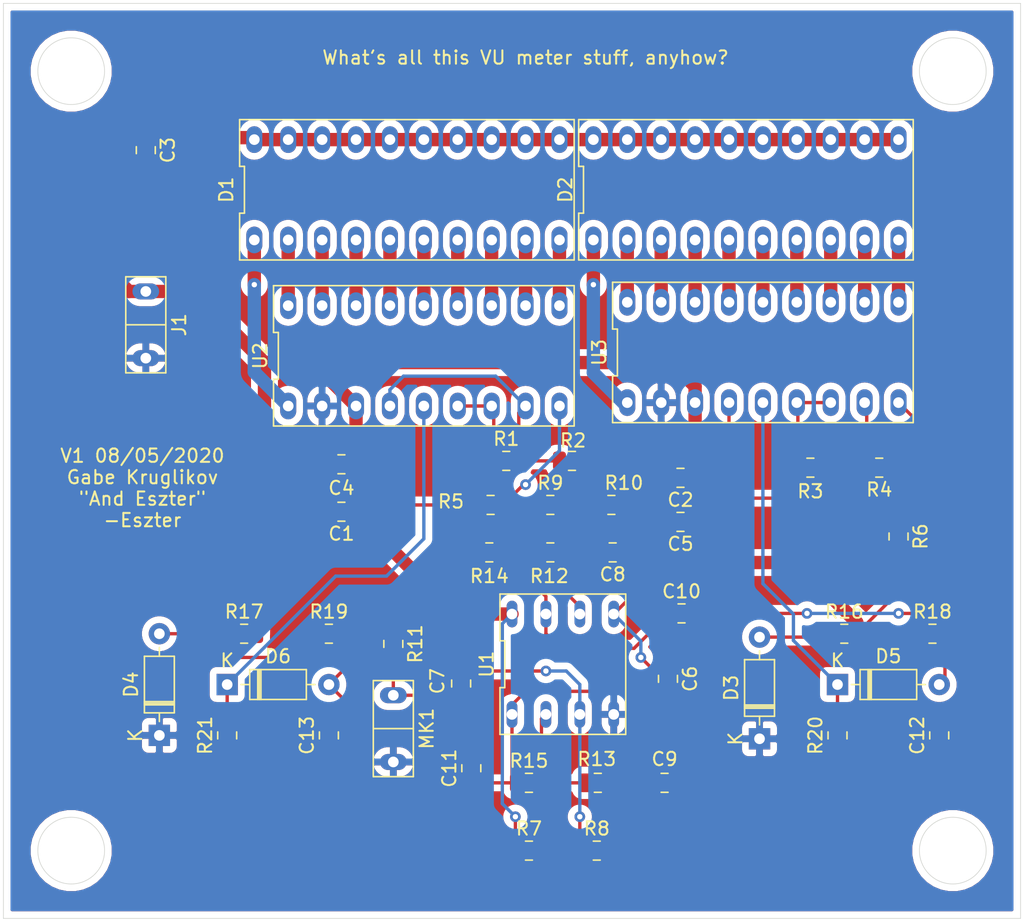
<source format=kicad_pcb>
(kicad_pcb (version 20171130) (host pcbnew "(5.1.6)-1")
  (layers (0 F.Cu signal) (31 B.Cu signal) (34 B.Paste user) (35 F.Paste user) (36 B.SilkS user) (37 F.SilkS user hide) (38 B.Mask user) (39 F.Mask user) (44 Edge.Cuts user))
  (net 0 "")
  (net 1 GND)
  (net 2 VCC)
  (net 3 Amp1_out)
  (net 4 Vop2)
  (net 5 "Net-(C7-Pad2)")
  (net 6 Vop1)
  (net 7 "Net-(C8-Pad2)")
  (net 8 "Net-(C9-Pad2)")
  (net 9 "Net-(C10-Pad2)")
  (net 10 "Net-(C10-Pad1)")
  (net 11 "Net-(C11-Pad2)")
  (net 12 Vpeak2)
  (net 13 Vpeak1)
  (net 14 "Net-(D1-Pad10)")
  (net 15 "Net-(D1-Pad9)")
  (net 16 "Net-(D1-Pad8)")
  (net 17 "Net-(D1-Pad7)")
  (net 18 "Net-(D1-Pad6)")
  (net 19 "Net-(D1-Pad5)")
  (net 20 "Net-(D1-Pad4)")
  (net 21 "Net-(D1-Pad3)")
  (net 22 "Net-(D1-Pad2)")
  (net 23 "Net-(D1-Pad1)")
  (net 24 "Net-(D2-Pad10)")
  (net 25 "Net-(D2-Pad9)")
  (net 26 "Net-(D2-Pad8)")
  (net 27 "Net-(D2-Pad7)")
  (net 28 "Net-(D2-Pad6)")
  (net 29 "Net-(D2-Pad5)")
  (net 30 "Net-(D2-Pad4)")
  (net 31 "Net-(D2-Pad3)")
  (net 32 "Net-(D2-Pad2)")
  (net 33 "Net-(D2-Pad1)")
  (net 34 "Net-(D3-Pad2)")
  (net 35 "Net-(D4-Pad2)")
  (net 36 "Net-(R1-Pad2)")
  (net 37 "Net-(R1-Pad1)")
  (net 38 "Net-(R3-Pad2)")
  (net 39 "Net-(R3-Pad1)")
  (net 40 "Net-(R5-Pad1)")
  (net 41 "Net-(R6-Pad1)")
  (net 42 "Net-(R12-Pad2)")
  (net 43 "Net-(R13-Pad2)")
  (module vu_meter:LM3915_PDIP (layer F.Cu) (at 138.176 54.102)
    (fp_text reference U3 (at -12.26 0 90) (layer F.SilkS))
    (fp_text value LM3915)
    (pad 9 thru_hole oval (at 10.16 3.76) (size 1.2 2) (drill 0.8) (layers *.Cu *.Mask) (net 41 "Net-(R6-Pad1)"))
    (pad 10 thru_hole oval (at 10.16 -3.76) (size 1.2 2) (drill 0.8) (layers *.Cu *.Mask) (net 24 "Net-(D2-Pad10)"))
    (pad 8 thru_hole oval (at 7.62 3.76) (size 1.2 2) (drill 0.8) (layers *.Cu *.Mask) (net 38 "Net-(R3-Pad2)"))
    (pad 11 thru_hole oval (at 7.62 -3.76) (size 1.2 2) (drill 0.8) (layers *.Cu *.Mask) (net 25 "Net-(D2-Pad9)"))
    (pad 7 thru_hole oval (at 5.08 3.76) (size 1.2 2) (drill 0.8) (layers *.Cu *.Mask) (net 39 "Net-(R3-Pad1)"))
    (pad 12 thru_hole oval (at 5.08 -3.76) (size 1.2 2) (drill 0.8) (layers *.Cu *.Mask) (net 26 "Net-(D2-Pad8)"))
    (pad 6 thru_hole oval (at 2.54 3.76) (size 1.2 2) (drill 0.8) (layers *.Cu *.Mask) (net 39 "Net-(R3-Pad1)"))
    (pad 13 thru_hole oval (at 2.54 -3.76) (size 1.2 2) (drill 0.8) (layers *.Cu *.Mask) (net 27 "Net-(D2-Pad7)"))
    (pad 5 thru_hole oval (at 0 3.76) (size 1.2 2) (drill 0.8) (layers *.Cu *.Mask) (net 12 Vpeak2))
    (pad 14 thru_hole oval (at 0 -3.76) (size 1.2 2) (drill 0.8) (layers *.Cu *.Mask) (net 28 "Net-(D2-Pad6)"))
    (pad 4 thru_hole oval (at -2.54 3.76) (size 1.2 2) (drill 0.8) (layers *.Cu *.Mask) (net 38 "Net-(R3-Pad2)"))
    (pad 15 thru_hole oval (at -2.54 -3.76) (size 1.2 2) (drill 0.8) (layers *.Cu *.Mask) (net 29 "Net-(D2-Pad5)"))
    (pad 3 thru_hole oval (at -5.08 3.76) (size 1.2 2) (drill 0.8) (layers *.Cu *.Mask) (net 2 VCC))
    (pad 16 thru_hole oval (at -5.08 -3.76) (size 1.2 2) (drill 0.8) (layers *.Cu *.Mask) (net 30 "Net-(D2-Pad4)"))
    (pad 2 thru_hole oval (at -7.62 3.76) (size 1.2 2) (drill 0.8) (layers *.Cu *.Mask) (net 1 GND))
    (pad 17 thru_hole oval (at -7.62 -3.76) (size 1.2 2) (drill 0.8) (layers *.Cu *.Mask) (net 31 "Net-(D2-Pad3)"))
    (pad 1 thru_hole oval (at -10.16 3.76) (size 1.2 2) (drill 0.8) (layers *.Cu *.Mask) (net 33 "Net-(D2-Pad1)"))
    (pad 18 thru_hole oval (at -10.16 -3.76) (size 1.2 2) (drill 0.8) (layers *.Cu *.Mask) (net 32 "Net-(D2-Pad2)"))
  )
  (module vu_meter:LM3915_PDIP (layer F.Cu) (at 112.776 54.356)
    (fp_text reference U2 (at -12.26 0 90) (layer F.SilkS))
    (fp_text value LM3915)
    (pad 9 thru_hole oval (at 10.16 3.76) (size 1.2 2) (drill 0.8) (layers *.Cu *.Mask) (net 40 "Net-(R5-Pad1)"))
    (pad 10 thru_hole oval (at 10.16 -3.76) (size 1.2 2) (drill 0.8) (layers *.Cu *.Mask) (net 14 "Net-(D1-Pad10)"))
    (pad 8 thru_hole oval (at 7.62 3.76) (size 1.2 2) (drill 0.8) (layers *.Cu *.Mask) (net 36 "Net-(R1-Pad2)"))
    (pad 11 thru_hole oval (at 7.62 -3.76) (size 1.2 2) (drill 0.8) (layers *.Cu *.Mask) (net 15 "Net-(D1-Pad9)"))
    (pad 7 thru_hole oval (at 5.08 3.76) (size 1.2 2) (drill 0.8) (layers *.Cu *.Mask) (net 37 "Net-(R1-Pad1)"))
    (pad 12 thru_hole oval (at 5.08 -3.76) (size 1.2 2) (drill 0.8) (layers *.Cu *.Mask) (net 16 "Net-(D1-Pad8)"))
    (pad 6 thru_hole oval (at 2.54 3.76) (size 1.2 2) (drill 0.8) (layers *.Cu *.Mask) (net 37 "Net-(R1-Pad1)"))
    (pad 13 thru_hole oval (at 2.54 -3.76) (size 1.2 2) (drill 0.8) (layers *.Cu *.Mask) (net 17 "Net-(D1-Pad7)"))
    (pad 5 thru_hole oval (at 0 3.76) (size 1.2 2) (drill 0.8) (layers *.Cu *.Mask) (net 13 Vpeak1))
    (pad 14 thru_hole oval (at 0 -3.76) (size 1.2 2) (drill 0.8) (layers *.Cu *.Mask) (net 18 "Net-(D1-Pad6)"))
    (pad 4 thru_hole oval (at -2.54 3.76) (size 1.2 2) (drill 0.8) (layers *.Cu *.Mask) (net 36 "Net-(R1-Pad2)"))
    (pad 15 thru_hole oval (at -2.54 -3.76) (size 1.2 2) (drill 0.8) (layers *.Cu *.Mask) (net 19 "Net-(D1-Pad5)"))
    (pad 3 thru_hole oval (at -5.08 3.76) (size 1.2 2) (drill 0.8) (layers *.Cu *.Mask) (net 2 VCC))
    (pad 16 thru_hole oval (at -5.08 -3.76) (size 1.2 2) (drill 0.8) (layers *.Cu *.Mask) (net 20 "Net-(D1-Pad4)"))
    (pad 2 thru_hole oval (at -7.62 3.76) (size 1.2 2) (drill 0.8) (layers *.Cu *.Mask) (net 1 GND))
    (pad 17 thru_hole oval (at -7.62 -3.76) (size 1.2 2) (drill 0.8) (layers *.Cu *.Mask) (net 21 "Net-(D1-Pad3)"))
    (pad 1 thru_hole oval (at -10.16 3.76) (size 1.2 2) (drill 0.8) (layers *.Cu *.Mask) (net 23 "Net-(D1-Pad1)"))
    (pad 18 thru_hole oval (at -10.16 -3.76) (size 1.2 2) (drill 0.8) (layers *.Cu *.Mask) (net 22 "Net-(D1-Pad2)"))
  )
  (module vu_meter:lm358 (layer F.Cu) (at 123.19 77.47)
    (fp_text reference U1 (at -5.71 0 90) (layer F.SilkS))
    (fp_text value LM358)
    (pad 4 thru_hole oval (at 3.81 3.76) (size 0.8 2) (drill 0.8) (layers *.Cu *.Mask) (net 1 GND))
    (pad 5 thru_hole oval (at 3.81 -3.76) (size 0.8 2) (drill 0.8) (layers *.Cu *.Mask) (net 4 Vop2))
    (pad 3 thru_hole oval (at 1.27 3.76) (size 0.8 2) (drill 0.8) (layers *.Cu *.Mask) (net 6 Vop1))
    (pad 6 thru_hole oval (at 1.27 -3.76) (size 0.8 2) (drill 0.8) (layers *.Cu *.Mask) (net 42 "Net-(R12-Pad2)"))
    (pad 2 thru_hole oval (at -1.27 3.76) (size 0.8 2) (drill 0.8) (layers *.Cu *.Mask) (net 43 "Net-(R13-Pad2)"))
    (pad 7 thru_hole oval (at -1.27 -3.76) (size 0.8 2) (drill 0.8) (layers *.Cu *.Mask) (net 10 "Net-(C10-Pad1)"))
    (pad 1 thru_hole oval (at -3.81 3.76) (size 0.8 2) (drill 0.8) (layers *.Cu *.Mask) (net 3 Amp1_out))
    (pad 8 thru_hole oval (at -3.81 -3.76) (size 0.8 2) (drill 0.8) (layers *.Cu *.Mask) (net 2 VCC))
  )
  (module Resistor_SMD:R_0805_2012Metric (layer F.Cu) (at 98.044 82.804 90)
    (fp_text reference R21 (at 0 -1.65 90) (layer F.SilkS))
    (fp_text value 1Meg)
    (pad 2 smd roundrect (at 0.9375 0 90) (size 0.975 1.4) (layers F.Cu F.Paste F.Mask) (net 13 Vpeak1))
    (pad 1 smd roundrect (at -0.9375 0 90) (size 0.975 1.4) (layers F.Cu F.Paste F.Mask) (net 1 GND))
  )
  (module Resistor_SMD:R_0805_2012Metric (layer F.Cu) (at 143.764 82.804 90)
    (fp_text reference R20 (at 0 -1.65 90) (layer F.SilkS))
    (fp_text value 1Meg)
    (pad 2 smd roundrect (at 0.9375 0 90) (size 0.975 1.4) (layers F.Cu F.Paste F.Mask) (net 12 Vpeak2))
    (pad 1 smd roundrect (at -0.9375 0 90) (size 0.975 1.4) (layers F.Cu F.Paste F.Mask) (net 1 GND))
  )
  (module Resistor_SMD:R_0805_2012Metric (layer F.Cu) (at 105.664 75.184)
    (fp_text reference R19 (at 0 -1.65) (layer F.SilkS))
    (fp_text value 2k)
    (pad 2 smd roundrect (at 0.9375 0) (size 0.975 1.4) (layers F.Cu F.Paste F.Mask) (net 11 "Net-(C11-Pad2)"))
    (pad 1 smd roundrect (at -0.9375 0) (size 0.975 1.4) (layers F.Cu F.Paste F.Mask) (net 35 "Net-(D4-Pad2)"))
  )
  (module Resistor_SMD:R_0805_2012Metric (layer F.Cu) (at 150.876 75.184)
    (fp_text reference R18 (at 0 -1.65) (layer F.SilkS))
    (fp_text value 2k)
    (pad 2 smd roundrect (at 0.9375 0) (size 0.975 1.4) (layers F.Cu F.Paste F.Mask) (net 9 "Net-(C10-Pad2)"))
    (pad 1 smd roundrect (at -0.9375 0) (size 0.975 1.4) (layers F.Cu F.Paste F.Mask) (net 34 "Net-(D3-Pad2)"))
  )
  (module Resistor_SMD:R_0805_2012Metric (layer F.Cu) (at 99.314 75.184)
    (fp_text reference R17 (at 0 -1.65) (layer F.SilkS))
    (fp_text value 2k)
    (pad 2 smd roundrect (at 0.9375 0) (size 0.975 1.4) (layers F.Cu F.Paste F.Mask) (net 2 VCC))
    (pad 1 smd roundrect (at -0.9375 0) (size 0.975 1.4) (layers F.Cu F.Paste F.Mask) (net 35 "Net-(D4-Pad2)"))
  )
  (module Resistor_SMD:R_0805_2012Metric (layer F.Cu) (at 144.272 75.184)
    (fp_text reference R16 (at 0 -1.65) (layer F.SilkS))
    (fp_text value 2k)
    (pad 2 smd roundrect (at 0.9375 0) (size 0.975 1.4) (layers F.Cu F.Paste F.Mask) (net 2 VCC))
    (pad 1 smd roundrect (at -0.9375 0) (size 0.975 1.4) (layers F.Cu F.Paste F.Mask) (net 34 "Net-(D3-Pad2)"))
  )
  (module Resistor_SMD:R_0805_2012Metric (layer F.Cu) (at 120.65 86.36)
    (fp_text reference R15 (at 0 -1.65) (layer F.SilkS))
    (fp_text value 1Meg)
    (pad 2 smd roundrect (at 0.9375 0) (size 0.975 1.4) (layers F.Cu F.Paste F.Mask) (net 43 "Net-(R13-Pad2)"))
    (pad 1 smd roundrect (at -0.9375 0) (size 0.975 1.4) (layers F.Cu F.Paste F.Mask) (net 3 Amp1_out))
  )
  (module Resistor_SMD:R_0805_2012Metric (layer F.Cu) (at 117.6805 69.088)
    (fp_text reference R14 (at 0 1.778) (layer F.SilkS))
    (fp_text value 1Meg)
    (pad 2 smd roundrect (at 0.9375 0) (size 0.975 1.4) (layers F.Cu F.Paste F.Mask) (net 42 "Net-(R12-Pad2)"))
    (pad 1 smd roundrect (at -0.9375 0) (size 0.975 1.4) (layers F.Cu F.Paste F.Mask) (net 10 "Net-(C10-Pad1)"))
  )
  (module Resistor_SMD:R_0805_2012Metric (layer F.Cu) (at 125.8085 86.36 180)
    (fp_text reference R13 (at 0.0785 1.778) (layer F.SilkS))
    (fp_text value 20k)
    (pad 2 smd roundrect (at 0.9375 0 180) (size 0.975 1.4) (layers F.Cu F.Paste F.Mask) (net 43 "Net-(R13-Pad2)"))
    (pad 1 smd roundrect (at -0.9375 0 180) (size 0.975 1.4) (layers F.Cu F.Paste F.Mask) (net 8 "Net-(C9-Pad2)"))
  )
  (module Resistor_SMD:R_0805_2012Metric (layer F.Cu) (at 122.2525 69.088 180)
    (fp_text reference R12 (at 0.0785 -1.778) (layer F.SilkS))
    (fp_text value 31.6k)
    (pad 2 smd roundrect (at 0.9375 0 180) (size 0.975 1.4) (layers F.Cu F.Paste F.Mask) (net 42 "Net-(R12-Pad2)"))
    (pad 1 smd roundrect (at -0.9375 0 180) (size 0.975 1.4) (layers F.Cu F.Paste F.Mask) (net 7 "Net-(C8-Pad2)"))
  )
  (module Resistor_SMD:R_0805_2012Metric (layer F.Cu) (at 110.49 75.946 270)
    (fp_text reference R11 (at 0 -1.65 270) (layer F.SilkS))
    (fp_text value 10k)
    (pad 2 smd roundrect (at 0.9375 0 270) (size 0.975 1.4) (layers F.Cu F.Paste F.Mask) (net 5 "Net-(C7-Pad2)"))
    (pad 1 smd roundrect (at -0.9375 0 270) (size 0.975 1.4) (layers F.Cu F.Paste F.Mask) (net 2 VCC))
  )
  (module Resistor_SMD:R_0805_2012Metric (layer F.Cu) (at 126.8245 65.532)
    (fp_text reference R10 (at 0.9375 -1.65) (layer F.SilkS))
    (fp_text value 47k)
    (pad 2 smd roundrect (at 0.9375 0) (size 0.975 1.4) (layers F.Cu F.Paste F.Mask) (net 1 GND))
    (pad 1 smd roundrect (at -0.9375 0) (size 0.975 1.4) (layers F.Cu F.Paste F.Mask) (net 4 Vop2))
  )
  (module Resistor_SMD:R_0805_2012Metric (layer F.Cu) (at 122.2525 65.532)
    (fp_text reference R9 (at 0 -1.65) (layer F.SilkS))
    (fp_text value 100k)
    (pad 2 smd roundrect (at 0.9375 0) (size 0.975 1.4) (layers F.Cu F.Paste F.Mask) (net 4 Vop2))
    (pad 1 smd roundrect (at -0.9375 0) (size 0.975 1.4) (layers F.Cu F.Paste F.Mask) (net 2 VCC))
  )
  (module Resistor_SMD:R_0805_2012Metric (layer F.Cu) (at 125.73 91.44)
    (fp_text reference R8 (at 0 -1.65) (layer F.SilkS))
    (fp_text value 47k)
    (pad 2 smd roundrect (at 0.9375 0) (size 0.975 1.4) (layers F.Cu F.Paste F.Mask) (net 1 GND))
    (pad 1 smd roundrect (at -0.9375 0) (size 0.975 1.4) (layers F.Cu F.Paste F.Mask) (net 6 Vop1))
  )
  (module Resistor_SMD:R_0805_2012Metric (layer F.Cu) (at 120.65 91.44)
    (fp_text reference R7 (at 0 -1.65) (layer F.SilkS))
    (fp_text value 100k)
    (pad 2 smd roundrect (at 0.9375 0) (size 0.975 1.4) (layers F.Cu F.Paste F.Mask) (net 6 Vop1))
    (pad 1 smd roundrect (at -0.9375 0) (size 0.975 1.4) (layers F.Cu F.Paste F.Mask) (net 2 VCC))
  )
  (module Resistor_SMD:R_0805_2012Metric (layer F.Cu) (at 148.336 67.8965 270)
    (fp_text reference R6 (at 0 -1.65 90) (layer F.SilkS))
    (fp_text value 20k)
    (pad 2 smd roundrect (at 0.9375 0 270) (size 0.975 1.4) (layers F.Cu F.Paste F.Mask) (net 2 VCC))
    (pad 1 smd roundrect (at -0.9375 0 270) (size 0.975 1.4) (layers F.Cu F.Paste F.Mask) (net 41 "Net-(R6-Pad1)"))
  )
  (module Resistor_SMD:R_0805_2012Metric (layer F.Cu) (at 117.7775 65.532 180)
    (fp_text reference R5 (at 2.9695 0.254) (layer F.SilkS))
    (fp_text value 20k)
    (pad 2 smd roundrect (at 0.9375 0 180) (size 0.975 1.4) (layers F.Cu F.Paste F.Mask) (net 2 VCC))
    (pad 1 smd roundrect (at -0.9375 0 180) (size 0.975 1.4) (layers F.Cu F.Paste F.Mask) (net 40 "Net-(R5-Pad1)"))
  )
  (module Resistor_SMD:R_0805_2012Metric (layer F.Cu) (at 146.8905 62.738 180)
    (fp_text reference R4 (at 0 -1.65) (layer F.SilkS))
    (fp_text value 332)
    (pad 2 smd roundrect (at 0.9375 0 180) (size 0.975 1.4) (layers F.Cu F.Paste F.Mask) (net 38 "Net-(R3-Pad2)"))
    (pad 1 smd roundrect (at -0.9375 0 180) (size 0.975 1.4) (layers F.Cu F.Paste F.Mask) (net 1 GND))
  )
  (module Resistor_SMD:R_0805_2012Metric (layer F.Cu) (at 141.732 62.738)
    (fp_text reference R3 (at 0 1.778) (layer F.SilkS))
    (fp_text value 1k)
    (pad 2 smd roundrect (at 0.9375 0) (size 0.975 1.4) (layers F.Cu F.Paste F.Mask) (net 38 "Net-(R3-Pad2)"))
    (pad 1 smd roundrect (at -0.9375 0) (size 0.975 1.4) (layers F.Cu F.Paste F.Mask) (net 39 "Net-(R3-Pad1)"))
  )
  (module Resistor_SMD:R_0805_2012Metric (layer F.Cu) (at 123.8735 62.23 180)
    (fp_text reference R2 (at -0.0785 1.524) (layer F.SilkS))
    (fp_text value 332)
    (pad 2 smd roundrect (at 0.9375 0 180) (size 0.975 1.4) (layers F.Cu F.Paste F.Mask) (net 36 "Net-(R1-Pad2)"))
    (pad 1 smd roundrect (at -0.9375 0 180) (size 0.975 1.4) (layers F.Cu F.Paste F.Mask) (net 1 GND))
  )
  (module Resistor_SMD:R_0805_2012Metric (layer F.Cu) (at 118.9505 62.23)
    (fp_text reference R1 (at 0 -1.65) (layer F.SilkS))
    (fp_text value 1k)
    (pad 2 smd roundrect (at 0.9375 0) (size 0.975 1.4) (layers F.Cu F.Paste F.Mask) (net 36 "Net-(R1-Pad2)"))
    (pad 1 smd roundrect (at -0.9375 0) (size 0.975 1.4) (layers F.Cu F.Paste F.Mask) (net 37 "Net-(R1-Pad1)"))
  )
  (module vu_meter:screw_terminal (layer F.Cu) (at 110.49 82.296 90)
    (fp_text reference MK1 (at 0 2.5 90) (layer F.SilkS))
    (fp_text value MIC)
    (pad 2 thru_hole oval (at 2.5 0 90) (size 1.2 2) (drill 0.8) (layers *.Cu *.Mask) (net 5 "Net-(C7-Pad2)"))
    (pad 1 thru_hole oval (at -2.5 0 90) (size 1.2 2) (drill 0.8) (layers *.Cu *.Mask) (net 1 GND))
  )
  (module vu_meter:screw_terminal (layer F.Cu) (at 91.948 52.03 90)
    (fp_text reference J1 (at 0 2.5 90) (layer F.SilkS))
    (fp_text value Screw_Terminal_01x02)
    (pad 2 thru_hole oval (at 2.5 0 90) (size 1.2 2) (drill 0.8) (layers *.Cu *.Mask) (net 2 VCC))
    (pad 1 thru_hole oval (at -2.5 0 90) (size 1.2 2) (drill 0.8) (layers *.Cu *.Mask) (net 1 GND))
  )
  (module Diode_THT:D_DO-35_SOD27_P7.62mm_Horizontal (layer F.Cu) (at 98.044 78.994)
    (fp_text reference D6 (at 3.81 -2.12) (layer F.SilkS))
    (fp_text value 1N4148)
    (fp_text user K (at 0 -1.8) (layer F.SilkS))
    (pad 2 thru_hole oval (at 7.62 0) (size 1.6 1.6) (drill 0.8) (layers *.Cu *.Mask) (net 11 "Net-(C11-Pad2)"))
    (pad 1 thru_hole rect (at 0 0) (size 1.6 1.6) (drill 0.8) (layers *.Cu *.Mask) (net 13 Vpeak1))
  )
  (module Diode_THT:D_DO-35_SOD27_P7.62mm_Horizontal (layer F.Cu) (at 143.764 78.994)
    (fp_text reference D5 (at 3.81 -2.12) (layer F.SilkS))
    (fp_text value 1N4148)
    (fp_text user K (at 0 -1.8) (layer F.SilkS))
    (pad 2 thru_hole oval (at 7.62 0) (size 1.6 1.6) (drill 0.8) (layers *.Cu *.Mask) (net 9 "Net-(C10-Pad2)"))
    (pad 1 thru_hole rect (at 0 0) (size 1.6 1.6) (drill 0.8) (layers *.Cu *.Mask) (net 12 Vpeak2))
  )
  (module Diode_THT:D_DO-35_SOD27_P7.62mm_Horizontal (layer F.Cu) (at 92.964 82.804 90)
    (fp_text reference D4 (at 3.81 -2.12 90) (layer F.SilkS))
    (fp_text value 1N4148)
    (fp_text user K (at 0 -1.8 90) (layer F.SilkS))
    (pad 2 thru_hole oval (at 7.62 0 90) (size 1.6 1.6) (drill 0.8) (layers *.Cu *.Mask) (net 35 "Net-(D4-Pad2)"))
    (pad 1 thru_hole rect (at 0 0 90) (size 1.6 1.6) (drill 0.8) (layers *.Cu *.Mask) (net 1 GND))
  )
  (module Diode_THT:D_DO-35_SOD27_P7.62mm_Horizontal (layer F.Cu) (at 137.922 83.058 90)
    (fp_text reference D3 (at 3.81 -2.12 90) (layer F.SilkS))
    (fp_text value 1N4148)
    (fp_text user K (at 0 -1.8 90) (layer F.SilkS))
    (pad 2 thru_hole oval (at 7.62 0 90) (size 1.6 1.6) (drill 0.8) (layers *.Cu *.Mask) (net 34 "Net-(D3-Pad2)"))
    (pad 1 thru_hole rect (at 0 0 90) (size 1.6 1.6) (drill 0.8) (layers *.Cu *.Mask) (net 1 GND))
  )
  (module vu_meter:LED_bar_graph (layer F.Cu) (at 136.906 41.91)
    (fp_text reference D2 (at -13.53 0 90) (layer F.SilkS))
    (fp_text value LED_bar_graph)
    (pad 10 thru_hole oval (at 11.43 3.76) (size 1.2 2) (drill 0.8) (layers *.Cu *.Mask) (net 24 "Net-(D2-Pad10)"))
    (pad 11 thru_hole oval (at 11.43 -3.76) (size 1.2 2) (drill 0.8) (layers *.Cu *.Mask) (net 2 VCC))
    (pad 9 thru_hole oval (at 8.89 3.76) (size 1.2 2) (drill 0.8) (layers *.Cu *.Mask) (net 25 "Net-(D2-Pad9)"))
    (pad 12 thru_hole oval (at 8.89 -3.76) (size 1.2 2) (drill 0.8) (layers *.Cu *.Mask) (net 2 VCC))
    (pad 8 thru_hole oval (at 6.35 3.76) (size 1.2 2) (drill 0.8) (layers *.Cu *.Mask) (net 26 "Net-(D2-Pad8)"))
    (pad 13 thru_hole oval (at 6.35 -3.76) (size 1.2 2) (drill 0.8) (layers *.Cu *.Mask) (net 2 VCC))
    (pad 7 thru_hole oval (at 3.81 3.76) (size 1.2 2) (drill 0.8) (layers *.Cu *.Mask) (net 27 "Net-(D2-Pad7)"))
    (pad 14 thru_hole oval (at 3.81 -3.76) (size 1.2 2) (drill 0.8) (layers *.Cu *.Mask) (net 2 VCC))
    (pad 6 thru_hole oval (at 1.27 3.76) (size 1.2 2) (drill 0.8) (layers *.Cu *.Mask) (net 28 "Net-(D2-Pad6)"))
    (pad 15 thru_hole oval (at 1.27 -3.76) (size 1.2 2) (drill 0.8) (layers *.Cu *.Mask) (net 2 VCC))
    (pad 5 thru_hole oval (at -1.27 3.76) (size 1.2 2) (drill 0.8) (layers *.Cu *.Mask) (net 29 "Net-(D2-Pad5)"))
    (pad 16 thru_hole oval (at -1.27 -3.76) (size 1.2 2) (drill 0.8) (layers *.Cu *.Mask) (net 2 VCC))
    (pad 4 thru_hole oval (at -3.81 3.76) (size 1.2 2) (drill 0.8) (layers *.Cu *.Mask) (net 30 "Net-(D2-Pad4)"))
    (pad 17 thru_hole oval (at -3.81 -3.76) (size 1.2 2) (drill 0.8) (layers *.Cu *.Mask) (net 2 VCC))
    (pad 3 thru_hole oval (at -6.35 3.76) (size 1.2 2) (drill 0.8) (layers *.Cu *.Mask) (net 31 "Net-(D2-Pad3)"))
    (pad 18 thru_hole oval (at -6.35 -3.76) (size 1.2 2) (drill 0.8) (layers *.Cu *.Mask) (net 2 VCC))
    (pad 2 thru_hole oval (at -8.89 3.76) (size 1.2 2) (drill 0.8) (layers *.Cu *.Mask) (net 32 "Net-(D2-Pad2)"))
    (pad 19 thru_hole oval (at -8.89 -3.76) (size 1.2 2) (drill 0.8) (layers *.Cu *.Mask) (net 2 VCC))
    (pad 1 thru_hole oval (at -11.43 3.76) (size 1.2 2) (drill 0.8) (layers *.Cu *.Mask) (net 33 "Net-(D2-Pad1)"))
    (pad 20 thru_hole oval (at -11.43 -3.76) (size 1.2 2) (drill 0.8) (layers *.Cu *.Mask) (net 2 VCC))
  )
  (module vu_meter:LED_bar_graph (layer F.Cu) (at 111.506 41.91)
    (fp_text reference D1 (at -13.53 0 90) (layer F.SilkS))
    (fp_text value LED_bar_graph)
    (pad 10 thru_hole oval (at 11.43 3.76) (size 1.2 2) (drill 0.8) (layers *.Cu *.Mask) (net 14 "Net-(D1-Pad10)"))
    (pad 11 thru_hole oval (at 11.43 -3.76) (size 1.2 2) (drill 0.8) (layers *.Cu *.Mask) (net 2 VCC))
    (pad 9 thru_hole oval (at 8.89 3.76) (size 1.2 2) (drill 0.8) (layers *.Cu *.Mask) (net 15 "Net-(D1-Pad9)"))
    (pad 12 thru_hole oval (at 8.89 -3.76) (size 1.2 2) (drill 0.8) (layers *.Cu *.Mask) (net 2 VCC))
    (pad 8 thru_hole oval (at 6.35 3.76) (size 1.2 2) (drill 0.8) (layers *.Cu *.Mask) (net 16 "Net-(D1-Pad8)"))
    (pad 13 thru_hole oval (at 6.35 -3.76) (size 1.2 2) (drill 0.8) (layers *.Cu *.Mask) (net 2 VCC))
    (pad 7 thru_hole oval (at 3.81 3.76) (size 1.2 2) (drill 0.8) (layers *.Cu *.Mask) (net 17 "Net-(D1-Pad7)"))
    (pad 14 thru_hole oval (at 3.81 -3.76) (size 1.2 2) (drill 0.8) (layers *.Cu *.Mask) (net 2 VCC))
    (pad 6 thru_hole oval (at 1.27 3.76) (size 1.2 2) (drill 0.8) (layers *.Cu *.Mask) (net 18 "Net-(D1-Pad6)"))
    (pad 15 thru_hole oval (at 1.27 -3.76) (size 1.2 2) (drill 0.8) (layers *.Cu *.Mask) (net 2 VCC))
    (pad 5 thru_hole oval (at -1.27 3.76) (size 1.2 2) (drill 0.8) (layers *.Cu *.Mask) (net 19 "Net-(D1-Pad5)"))
    (pad 16 thru_hole oval (at -1.27 -3.76) (size 1.2 2) (drill 0.8) (layers *.Cu *.Mask) (net 2 VCC))
    (pad 4 thru_hole oval (at -3.81 3.76) (size 1.2 2) (drill 0.8) (layers *.Cu *.Mask) (net 20 "Net-(D1-Pad4)"))
    (pad 17 thru_hole oval (at -3.81 -3.76) (size 1.2 2) (drill 0.8) (layers *.Cu *.Mask) (net 2 VCC))
    (pad 3 thru_hole oval (at -6.35 3.76) (size 1.2 2) (drill 0.8) (layers *.Cu *.Mask) (net 21 "Net-(D1-Pad3)"))
    (pad 18 thru_hole oval (at -6.35 -3.76) (size 1.2 2) (drill 0.8) (layers *.Cu *.Mask) (net 2 VCC))
    (pad 2 thru_hole oval (at -8.89 3.76) (size 1.2 2) (drill 0.8) (layers *.Cu *.Mask) (net 22 "Net-(D1-Pad2)"))
    (pad 19 thru_hole oval (at -8.89 -3.76) (size 1.2 2) (drill 0.8) (layers *.Cu *.Mask) (net 2 VCC))
    (pad 1 thru_hole oval (at -11.43 3.76) (size 1.2 2) (drill 0.8) (layers *.Cu *.Mask) (net 23 "Net-(D1-Pad1)"))
    (pad 20 thru_hole oval (at -11.43 -3.76) (size 1.2 2) (drill 0.8) (layers *.Cu *.Mask) (net 2 VCC))
  )
  (module Capacitor_SMD:C_0805_2012Metric (layer F.Cu) (at 105.664 82.804 90)
    (fp_text reference C13 (at 0 -1.65 90) (layer F.SilkS))
    (fp_text value 0.1u)
    (pad 2 smd roundrect (at 0.9375 0 90) (size 0.975 1.4) (layers F.Cu F.Paste F.Mask) (net 13 Vpeak1))
    (pad 1 smd roundrect (at -0.9375 0 90) (size 0.975 1.4) (layers F.Cu F.Paste F.Mask) (net 1 GND))
  )
  (module Capacitor_SMD:C_0805_2012Metric (layer F.Cu) (at 151.384 82.804 90)
    (fp_text reference C12 (at 0 -1.65 90) (layer F.SilkS))
    (fp_text value 0.1u)
    (pad 2 smd roundrect (at 0.9375 0 90) (size 0.975 1.4) (layers F.Cu F.Paste F.Mask) (net 12 Vpeak2))
    (pad 1 smd roundrect (at -0.9375 0 90) (size 0.975 1.4) (layers F.Cu F.Paste F.Mask) (net 1 GND))
  )
  (module Capacitor_SMD:C_0805_2012Metric (layer F.Cu) (at 116.332 85.2655 90)
    (fp_text reference C11 (at 0 -1.65 90) (layer F.SilkS))
    (fp_text value 4.7u)
    (pad 2 smd roundrect (at 0.9375 0 90) (size 0.975 1.4) (layers F.Cu F.Paste F.Mask) (net 11 "Net-(C11-Pad2)"))
    (pad 1 smd roundrect (at -0.9375 0 90) (size 0.975 1.4) (layers F.Cu F.Paste F.Mask) (net 3 Amp1_out))
  )
  (module Capacitor_SMD:C_0805_2012Metric (layer F.Cu) (at 132.08 73.66)
    (fp_text reference C10 (at 0 -1.65) (layer F.SilkS))
    (fp_text value 4.7u)
    (pad 2 smd roundrect (at 0.9375 0) (size 0.975 1.4) (layers F.Cu F.Paste F.Mask) (net 9 "Net-(C10-Pad2)"))
    (pad 1 smd roundrect (at -0.9375 0) (size 0.975 1.4) (layers F.Cu F.Paste F.Mask) (net 10 "Net-(C10-Pad1)"))
  )
  (module Capacitor_SMD:C_0805_2012Metric (layer F.Cu) (at 130.81 86.36 180)
    (fp_text reference C9 (at 0 1.778 180) (layer F.SilkS))
    (fp_text value 4.7u)
    (pad 2 smd roundrect (at 0.9375 0 180) (size 0.975 1.4) (layers F.Cu F.Paste F.Mask) (net 8 "Net-(C9-Pad2)"))
    (pad 1 smd roundrect (at -0.9375 0 180) (size 0.975 1.4) (layers F.Cu F.Paste F.Mask) (net 1 GND))
  )
  (module Capacitor_SMD:C_0805_2012Metric (layer F.Cu) (at 126.9215 69.088 180)
    (fp_text reference C8 (at 0 -1.65) (layer F.SilkS))
    (fp_text value 4.7u)
    (pad 2 smd roundrect (at 0.9375 0 180) (size 0.975 1.4) (layers F.Cu F.Paste F.Mask) (net 7 "Net-(C8-Pad2)"))
    (pad 1 smd roundrect (at -0.9375 0 180) (size 0.975 1.4) (layers F.Cu F.Paste F.Mask) (net 1 GND))
  )
  (module Capacitor_SMD:C_0805_2012Metric (layer F.Cu) (at 115.57 78.9155 270)
    (fp_text reference C7 (at -0.1755 1.778 90) (layer F.SilkS))
    (fp_text value 0.47u)
    (pad 2 smd roundrect (at 0.9375 0 270) (size 0.975 1.4) (layers F.Cu F.Paste F.Mask) (net 5 "Net-(C7-Pad2)"))
    (pad 1 smd roundrect (at -0.9375 0 270) (size 0.975 1.4) (layers F.Cu F.Paste F.Mask) (net 6 Vop1))
  )
  (module Capacitor_SMD:C_0805_2012Metric (layer F.Cu) (at 131.064 78.5645 270)
    (fp_text reference C6 (at 0 -1.65 90) (layer F.SilkS))
    (fp_text value .47u)
    (pad 2 smd roundrect (at 0.9375 0 270) (size 0.975 1.4) (layers F.Cu F.Paste F.Mask) (net 3 Amp1_out))
    (pad 1 smd roundrect (at -0.9375 0 270) (size 0.975 1.4) (layers F.Cu F.Paste F.Mask) (net 4 Vop2))
  )
  (module Capacitor_SMD:C_0805_2012Metric (layer F.Cu) (at 132.0015 66.802 180)
    (fp_text reference C5 (at 0 -1.65) (layer F.SilkS))
    (fp_text value 47n)
    (pad 2 smd roundrect (at 0.9375 0 180) (size 0.975 1.4) (layers F.Cu F.Paste F.Mask) (net 1 GND))
    (pad 1 smd roundrect (at -0.9375 0 180) (size 0.975 1.4) (layers F.Cu F.Paste F.Mask) (net 2 VCC))
  )
  (module Capacitor_SMD:C_0805_2012Metric (layer F.Cu) (at 106.6015 62.484 180)
    (fp_text reference C4 (at 0 -1.778) (layer F.SilkS))
    (fp_text value 47n)
    (pad 2 smd roundrect (at 0.9375 0 180) (size 0.975 1.4) (layers F.Cu F.Paste F.Mask) (net 1 GND))
    (pad 1 smd roundrect (at -0.9375 0 180) (size 0.975 1.4) (layers F.Cu F.Paste F.Mask) (net 2 VCC))
  )
  (module Capacitor_SMD:C_0805_2012Metric (layer F.Cu) (at 91.948 38.9405 270)
    (fp_text reference C3 (at 0 -1.65 90) (layer F.SilkS))
    (fp_text value 22u)
    (pad 2 smd roundrect (at 0.9375 0 270) (size 0.975 1.4) (layers F.Cu F.Paste F.Mask) (net 1 GND))
    (pad 1 smd roundrect (at -0.9375 0 270) (size 0.975 1.4) (layers F.Cu F.Paste F.Mask) (net 2 VCC))
  )
  (module Capacitor_SMD:C_0805_2012Metric (layer F.Cu) (at 132.0015 63.5 180)
    (fp_text reference C2 (at 0 -1.65) (layer F.SilkS))
    (fp_text value 2.2u)
    (pad 2 smd roundrect (at 0.9375 0 180) (size 0.975 1.4) (layers F.Cu F.Paste F.Mask) (net 1 GND))
    (pad 1 smd roundrect (at -0.9375 0 180) (size 0.975 1.4) (layers F.Cu F.Paste F.Mask) (net 2 VCC))
  )
  (module Capacitor_SMD:C_0805_2012Metric (layer F.Cu) (at 106.6015 66.04 180)
    (fp_text reference C1 (at 0 -1.65) (layer F.SilkS))
    (fp_text value 2.2u)
    (pad 2 smd roundrect (at 0.9375 0 180) (size 0.975 1.4) (layers F.Cu F.Paste F.Mask) (net 1 GND))
    (pad 1 smd roundrect (at -0.9375 0 180) (size 0.975 1.4) (layers F.Cu F.Paste F.Mask) (net 2 VCC))
  )
  (gr_text "What's all this VU meter stuff, anyhow?" (at 120.396 32.004) (layer F.SilkS) (effects (font (size 1 1))))
  (gr_text "V1 08/05/2020\nGabe Kruglikov\n\"And Eszter\"\n-Eszter" (at 91.694 64.262) (layer F.SilkS) (effects (font (size 1 1))))
  (gr_circle (center 86.36 91.44) (end 88.86 91.44) (layer Edge.Cuts) (width 0.05))
  (gr_circle (center 86.36 33.02) (end 88.86 33.02) (layer Edge.Cuts) (width 0.05))
  (gr_circle (center 152.4 33.02) (end 154.9 33.02) (layer Edge.Cuts) (width 0.05))
  (gr_line (start 81.28 96.52) (end 157.48 96.52) (layer Edge.Cuts) (width 0.05))
  (gr_line (start 81.28 27.94) (end 81.28 33.02) (layer Edge.Cuts) (width 0.05))
  (gr_line (start 157.48 27.94) (end 81.28 27.94) (layer Edge.Cuts) (width 0.05))
  (gr_line (start 157.48 33.02) (end 157.48 27.94) (layer Edge.Cuts) (width 0.05))
  (gr_circle (center 152.4 91.44) (end 154.9 91.44) (layer Edge.Cuts) (width 0.05))
  (gr_line (start 81.28 96.52) (end 81.28 33.02) (layer Edge.Cuts) (width 0.05))
  (gr_line (start 157.48 33.02) (end 157.48 96.52) (layer Edge.Cuts) (width 0.05))
  (segment (start 91.948 49.53) (end 90.678 49.53) (width 1) (layer F.Cu) (net 2))
  (segment (start 90.678 49.53) (end 88.646 47.498) (width 1) (layer F.Cu) (net 2))
  (segment (start 88.646 47.498) (end 88.646 40.605) (width 1) (layer F.Cu) (net 2))
  (segment (start 91.248 38.003) (end 91.948 38.003) (width 1) (layer F.Cu) (net 2))
  (segment (start 88.646 40.605) (end 91.248 38.003) (width 1) (layer F.Cu) (net 2))
  (segment (start 99.929 38.003) (end 100.076 38.15) (width 1) (layer F.Cu) (net 2))
  (segment (start 91.948 38.003) (end 99.929 38.003) (width 1) (layer F.Cu) (net 2))
  (segment (start 100.076 38.15) (end 148.336 38.15) (width 1) (layer F.Cu) (net 2))
  (segment (start 91.948 49.53) (end 95.504 49.53) (width 1) (layer F.Cu) (net 2))
  (segment (start 95.504 49.53) (end 100.838 54.864) (width 1) (layer F.Cu) (net 2))
  (segment (start 104.444 54.864) (end 107.696 58.116) (width 1) (layer F.Cu) (net 2))
  (segment (start 100.838 54.864) (end 104.444 54.864) (width 1) (layer F.Cu) (net 2))
  (segment (start 133.096 56.642) (end 133.096 57.862) (width 1) (layer F.Cu) (net 2))
  (segment (start 131.318 54.864) (end 133.096 56.642) (width 1) (layer F.Cu) (net 2))
  (segment (start 131.318 54.864) (end 107.95 54.864) (width 1) (layer F.Cu) (net 2))
  (segment (start 107.95 54.864) (end 104.444 54.864) (width 1) (layer F.Cu) (net 2))
  (segment (start 107.696 62.327) (end 107.539 62.484) (width 1) (layer F.Cu) (net 2))
  (segment (start 107.696 58.116) (end 107.696 62.327) (width 1) (layer F.Cu) (net 2))
  (segment (start 107.539 62.484) (end 107.539 66.04) (width 1) (layer F.Cu) (net 2))
  (segment (start 133.096 63.343) (end 132.939 63.5) (width 1) (layer F.Cu) (net 2))
  (segment (start 133.096 57.862) (end 133.096 63.343) (width 1) (layer F.Cu) (net 2))
  (segment (start 132.939 63.5) (end 132.939 66.802) (width 1) (layer F.Cu) (net 2))
  (segment (start 119.38 73.71) (end 115.209 73.71) (width 1) (layer F.Cu) (net 2))
  (segment (start 110.49 75.0085) (end 112.1895 75.0085) (width 1) (layer F.Cu) (net 2))
  (segment (start 115.209 73.71) (end 114.3485 72.8495) (width 1) (layer F.Cu) (net 2))
  (segment (start 112.1895 75.0085) (end 114.3485 72.8495) (width 1) (layer F.Cu) (net 2))
  (segment (start 100.2515 75.184) (end 100.2515 73.7385) (width 1) (layer F.Cu) (net 2))
  (segment (start 100.838 73.152) (end 100.838 54.864) (width 1) (layer F.Cu) (net 2))
  (segment (start 100.2515 73.7385) (end 100.838 73.152) (width 1) (layer F.Cu) (net 2))
  (segment (start 145.2095 75.184) (end 145.2095 74.3435) (width 1) (layer F.Cu) (net 2))
  (segment (start 145.2095 74.3435) (end 140.716 69.85) (width 1) (layer F.Cu) (net 2))
  (segment (start 135.987 69.85) (end 132.939 66.802) (width 1) (layer F.Cu) (net 2))
  (segment (start 140.716 69.85) (end 135.987 69.85) (width 1) (layer F.Cu) (net 2))
  (segment (start 110.0305 68.5315) (end 110.0305 67.0075) (width 0.25) (layer F.Cu) (net 2))
  (segment (start 110.0305 68.5315) (end 107.539 66.04) (width 1) (layer F.Cu) (net 2))
  (segment (start 114.3485 72.8495) (end 110.0305 68.5315) (width 1) (layer F.Cu) (net 2))
  (segment (start 111.506 65.532) (end 116.84 65.532) (width 0.25) (layer F.Cu) (net 2))
  (segment (start 110.0305 67.0075) (end 111.506 65.532) (width 0.25) (layer F.Cu) (net 2))
  (segment (start 120.396 67.056) (end 117.094 67.056) (width 0.25) (layer F.Cu) (net 2))
  (segment (start 121.315 65.532) (end 121.315 66.645) (width 0.25) (layer F.Cu) (net 2))
  (segment (start 121.315 66.645) (end 120.396 67.056) (width 0.25) (layer F.Cu) (net 2))
  (segment (start 117.094 67.056) (end 116.84 66.802) (width 0.25) (layer F.Cu) (net 2))
  (segment (start 116.84 66.802) (end 116.84 65.532) (width 0.25) (layer F.Cu) (net 2))
  (segment (start 148.336 72.0575) (end 145.2095 75.184) (width 0.25) (layer F.Cu) (net 2))
  (segment (start 148.336 68.834) (end 148.336 72.0575) (width 0.25) (layer F.Cu) (net 2))
  (segment (start 118.65499 74.43501) (end 118.65499 87.92099) (width 0.25) (layer B.Cu) (net 2))
  (segment (start 119.38 73.71) (end 118.65499 74.43501) (width 0.25) (layer B.Cu) (net 2))
  (segment (start 118.65499 87.92099) (end 119.634 88.9) (width 0.25) (layer B.Cu) (net 2))
  (segment (start 119.634 88.9) (end 119.634 88.9) (width 0.25) (layer B.Cu) (net 2))
  (via (at 119.634 88.9) (size 0.8) (drill 0.4) (layers F.Cu B.Cu) (net 2))
  (segment (start 119.634 91.3615) (end 119.7125 91.44) (width 0.25) (layer F.Cu) (net 2))
  (segment (start 119.634 88.9) (end 119.634 91.3615) (width 0.25) (layer F.Cu) (net 2))
  (segment (start 119.38 86.0275) (end 119.7125 86.36) (width 0.25) (layer F.Cu) (net 3))
  (segment (start 119.38 81.23) (end 119.38 86.0275) (width 0.25) (layer F.Cu) (net 3))
  (segment (start 116.489 86.36) (end 116.332 86.203) (width 0.25) (layer F.Cu) (net 3))
  (segment (start 119.7125 86.36) (end 116.489 86.36) (width 0.25) (layer F.Cu) (net 3))
  (segment (start 119.38 81.23) (end 119.38 80.518) (width 0.25) (layer F.Cu) (net 3))
  (segment (start 120.396 79.502) (end 131.064 79.502) (width 0.25) (layer F.Cu) (net 3))
  (segment (start 119.38 80.518) (end 120.396 79.502) (width 0.25) (layer F.Cu) (net 3))
  (segment (start 123.19 65.532) (end 125.887 65.532) (width 0.25) (layer F.Cu) (net 4))
  (segment (start 125.887 65.532) (end 127.665 67.31) (width 0.25) (layer F.Cu) (net 4))
  (segment (start 127.665 67.31) (end 129.032 67.31) (width 0.25) (layer F.Cu) (net 4))
  (segment (start 129.032 67.31) (end 129.286 67.564) (width 0.25) (layer F.Cu) (net 4))
  (segment (start 129.286 71.424) (end 127 73.71) (width 0.25) (layer F.Cu) (net 4))
  (segment (start 129.286 67.564) (end 129.286 71.424) (width 0.25) (layer F.Cu) (net 4))
  (segment (start 131.064 77.627) (end 129.697 77.627) (width 0.25) (layer F.Cu) (net 4))
  (segment (start 129.697 77.627) (end 129.032 76.962) (width 0.25) (layer F.Cu) (net 4))
  (segment (start 129.032 76.962) (end 129.032 76.962) (width 0.25) (layer F.Cu) (net 4))
  (via (at 129.032 76.962) (size 0.8) (drill 0.4) (layers F.Cu B.Cu) (net 4))
  (segment (start 129.032 75.742) (end 127 73.71) (width 0.25) (layer B.Cu) (net 4))
  (segment (start 129.032 76.962) (end 129.032 75.742) (width 0.25) (layer B.Cu) (net 4))
  (segment (start 110.49 76.8835) (end 110.49 79.796) (width 0.25) (layer F.Cu) (net 5))
  (segment (start 115.513 79.796) (end 115.57 79.853) (width 0.25) (layer F.Cu) (net 5))
  (segment (start 110.49 79.796) (end 115.513 79.796) (width 0.25) (layer F.Cu) (net 5))
  (segment (start 121.5875 91.44) (end 124.7925 91.44) (width 0.25) (layer F.Cu) (net 6))
  (segment (start 124.46 81.23) (end 124.46 78.994) (width 0.25) (layer B.Cu) (net 6))
  (segment (start 124.46 78.994) (end 123.444 77.978) (width 0.25) (layer B.Cu) (net 6))
  (segment (start 123.444 77.978) (end 121.92 77.978) (width 0.25) (layer B.Cu) (net 6))
  (segment (start 121.92 77.978) (end 121.92 77.978) (width 0.25) (layer B.Cu) (net 6))
  (via (at 121.92 77.978) (size 0.8) (drill 0.4) (layers F.Cu B.Cu) (net 6))
  (segment (start 121.92 77.978) (end 115.57 77.978) (width 0.25) (layer F.Cu) (net 6))
  (segment (start 124.46 81.23) (end 124.46 88.9) (width 0.25) (layer B.Cu) (net 6))
  (segment (start 124.46 88.9) (end 124.46 88.9) (width 0.25) (layer B.Cu) (net 6))
  (via (at 124.46 88.9) (size 0.8) (drill 0.4) (layers F.Cu B.Cu) (net 6))
  (segment (start 124.46 91.1075) (end 124.7925 91.44) (width 0.25) (layer F.Cu) (net 6))
  (segment (start 124.46 88.9) (end 124.46 91.1075) (width 0.25) (layer F.Cu) (net 6))
  (segment (start 123.19 69.088) (end 125.984 69.088) (width 0.25) (layer F.Cu) (net 7))
  (segment (start 126.746 86.36) (end 129.8725 86.36) (width 0.25) (layer F.Cu) (net 8))
  (segment (start 151.8135 78.5645) (end 151.384 78.994) (width 0.25) (layer F.Cu) (net 9))
  (segment (start 151.8135 75.184) (end 151.8135 78.5645) (width 0.25) (layer F.Cu) (net 9))
  (segment (start 134.874 73.66) (end 134.874 73.66) (width 0.25) (layer F.Cu) (net 9))
  (segment (start 148.336 73.66) (end 148.336 73.66) (width 0.25) (layer B.Cu) (net 9))
  (via (at 148.336 73.66) (size 0.8) (drill 0.4) (layers F.Cu B.Cu) (net 9))
  (segment (start 150.2895 73.66) (end 151.8135 75.184) (width 0.25) (layer F.Cu) (net 9))
  (segment (start 148.336 73.66) (end 150.2895 73.66) (width 0.25) (layer F.Cu) (net 9))
  (segment (start 148.336 73.66) (end 141.478006 73.66) (width 0.25) (layer B.Cu) (net 9))
  (via (at 141.478006 73.66) (size 0.8) (drill 0.4) (layers F.Cu B.Cu) (net 9))
  (segment (start 133.0175 73.66) (end 141.478006 73.66) (width 0.25) (layer F.Cu) (net 9))
  (segment (start 116.743 69.088) (end 119.029 71.374) (width 0.25) (layer F.Cu) (net 10))
  (segment (start 119.029 71.374) (end 120.904 71.374) (width 0.25) (layer F.Cu) (net 10))
  (segment (start 121.92 72.39) (end 121.92 73.71) (width 0.25) (layer F.Cu) (net 10))
  (segment (start 120.904 71.374) (end 121.92 72.39) (width 0.25) (layer F.Cu) (net 10))
  (segment (start 131.1425 73.66) (end 128.524 76.2785) (width 0.25) (layer F.Cu) (net 10))
  (segment (start 128.524 76.2785) (end 123.0145 76.2785) (width 0.25) (layer F.Cu) (net 10))
  (segment (start 121.92 75.184) (end 121.92 73.71) (width 0.25) (layer F.Cu) (net 10))
  (segment (start 123.0145 76.2785) (end 121.92 75.184) (width 0.25) (layer F.Cu) (net 10))
  (segment (start 105.664 78.994) (end 106.68 77.978) (width 0.25) (layer F.Cu) (net 11))
  (segment (start 106.68 75.2625) (end 106.6015 75.184) (width 0.25) (layer F.Cu) (net 11))
  (segment (start 106.68 77.978) (end 106.68 75.2625) (width 0.25) (layer F.Cu) (net 11))
  (segment (start 115.57 82.296) (end 116.332 83.058) (width 0.25) (layer F.Cu) (net 11))
  (segment (start 116.332 83.058) (end 116.332 84.328) (width 0.25) (layer F.Cu) (net 11))
  (segment (start 105.664 78.994) (end 108.966 82.296) (width 0.25) (layer F.Cu) (net 11))
  (segment (start 108.966 82.296) (end 115.57 82.296) (width 0.25) (layer F.Cu) (net 11))
  (segment (start 143.764 78.994) (end 143.764 81.8665) (width 0.25) (layer F.Cu) (net 12))
  (segment (start 143.764 81.8665) (end 151.384 81.8665) (width 0.25) (layer F.Cu) (net 12))
  (segment (start 138.176 71.430996) (end 140.462 73.716996) (width 0.25) (layer B.Cu) (net 12))
  (segment (start 138.176 57.862) (end 138.176 71.430996) (width 0.25) (layer B.Cu) (net 12))
  (segment (start 140.462 75.692) (end 143.764 78.994) (width 0.25) (layer B.Cu) (net 12))
  (segment (start 140.462 73.716996) (end 140.462 75.692) (width 0.25) (layer B.Cu) (net 12))
  (segment (start 98.044 78.994) (end 98.044 81.8665) (width 0.25) (layer F.Cu) (net 13))
  (segment (start 98.044 81.8665) (end 105.664 81.8665) (width 0.25) (layer F.Cu) (net 13))
  (segment (start 98.044 78.994) (end 106.172 70.866) (width 0.25) (layer B.Cu) (net 13))
  (segment (start 106.172 70.866) (end 109.982 70.866) (width 0.25) (layer B.Cu) (net 13))
  (segment (start 112.776 68.072) (end 112.776 58.116) (width 0.25) (layer B.Cu) (net 13))
  (segment (start 109.982 70.866) (end 112.776 68.072) (width 0.25) (layer B.Cu) (net 13))
  (segment (start 122.936 45.67) (end 122.936 50.596) (width 1) (layer F.Cu) (net 14))
  (segment (start 120.396 45.67) (end 120.396 50.596) (width 1) (layer F.Cu) (net 15))
  (segment (start 117.856 45.67) (end 117.856 50.596) (width 1) (layer F.Cu) (net 16))
  (segment (start 115.316 45.67) (end 115.316 50.596) (width 1) (layer F.Cu) (net 17))
  (segment (start 112.776 45.67) (end 112.776 50.596) (width 1) (layer F.Cu) (net 18))
  (segment (start 110.236 45.67) (end 110.236 50.596) (width 1) (layer F.Cu) (net 19))
  (segment (start 107.696 45.67) (end 107.696 50.596) (width 1) (layer F.Cu) (net 20))
  (segment (start 105.156 45.67) (end 105.156 50.596) (width 1) (layer F.Cu) (net 21))
  (segment (start 102.616 45.67) (end 102.616 50.596) (width 1) (layer F.Cu) (net 22))
  (segment (start 100.076 45.67) (end 100.076 49.022) (width 1) (layer F.Cu) (net 23))
  (segment (start 100.076 49.022) (end 100.076 49.022) (width 1) (layer F.Cu) (net 23))
  (via (at 100.076 49.022) (size 0.8) (drill 0.4) (layers F.Cu B.Cu) (net 23))
  (segment (start 100.076 55.576) (end 102.616 58.116) (width 1) (layer B.Cu) (net 23))
  (segment (start 100.076 49.022) (end 100.076 55.576) (width 1) (layer B.Cu) (net 23))
  (segment (start 148.336 45.67) (end 148.336 50.342) (width 1) (layer F.Cu) (net 24))
  (segment (start 145.796 45.67) (end 145.796 50.342) (width 1) (layer F.Cu) (net 25))
  (segment (start 143.256 45.67) (end 143.256 50.342) (width 1) (layer F.Cu) (net 26))
  (segment (start 140.716 45.67) (end 140.716 50.342) (width 1) (layer F.Cu) (net 27))
  (segment (start 138.176 45.67) (end 138.176 50.342) (width 1) (layer F.Cu) (net 28))
  (segment (start 135.636 45.67) (end 135.636 50.342) (width 1) (layer F.Cu) (net 29))
  (segment (start 133.096 45.67) (end 133.096 50.342) (width 1) (layer F.Cu) (net 30))
  (segment (start 130.556 45.67) (end 130.556 50.342) (width 1) (layer F.Cu) (net 31))
  (segment (start 128.016 45.67) (end 128.016 50.342) (width 1) (layer F.Cu) (net 32))
  (segment (start 125.476 45.67) (end 125.476 49.022) (width 1) (layer F.Cu) (net 33))
  (segment (start 125.476 49.022) (end 125.476 49.022) (width 1) (layer F.Cu) (net 33))
  (via (at 125.476 49.022) (size 0.8) (drill 0.4) (layers F.Cu B.Cu) (net 33))
  (segment (start 125.476 49.022) (end 125.476 55.626) (width 1) (layer B.Cu) (net 33))
  (segment (start 127.712 57.862) (end 128.016 57.862) (width 1) (layer B.Cu) (net 33))
  (segment (start 125.476 55.626) (end 127.712 57.862) (width 1) (layer B.Cu) (net 33))
  (segment (start 143.0805 75.438) (end 143.3345 75.184) (width 0.25) (layer F.Cu) (net 34))
  (segment (start 137.922 75.438) (end 143.0805 75.438) (width 0.25) (layer F.Cu) (net 34))
  (segment (start 149.9385 75.184) (end 148.336 75.184) (width 0.25) (layer F.Cu) (net 34))
  (segment (start 148.336 75.184) (end 148.336 75.438) (width 0.25) (layer F.Cu) (net 34))
  (segment (start 148.336 75.438) (end 147.066 76.708) (width 0.25) (layer F.Cu) (net 34))
  (segment (start 144.8585 76.708) (end 143.3345 75.184) (width 0.25) (layer F.Cu) (net 34))
  (segment (start 147.066 76.708) (end 144.8585 76.708) (width 0.25) (layer F.Cu) (net 34))
  (segment (start 92.964 75.184) (end 98.3765 75.184) (width 0.25) (layer F.Cu) (net 35))
  (segment (start 98.3765 75.184) (end 98.3765 76.5325) (width 0.25) (layer F.Cu) (net 35))
  (segment (start 98.3765 76.5325) (end 98.806 76.962) (width 0.25) (layer F.Cu) (net 35))
  (segment (start 102.9485 76.962) (end 104.7265 75.184) (width 0.25) (layer F.Cu) (net 35))
  (segment (start 98.806 76.962) (end 102.9485 76.962) (width 0.25) (layer F.Cu) (net 35))
  (segment (start 119.888 58.624) (end 120.396 58.116) (width 0.25) (layer F.Cu) (net 36))
  (segment (start 119.888 62.23) (end 119.888 58.624) (width 0.25) (layer F.Cu) (net 36))
  (segment (start 119.888 62.23) (end 122.936 62.23) (width 0.25) (layer F.Cu) (net 36))
  (segment (start 110.236 58.116) (end 110.236 56.896) (width 0.25) (layer B.Cu) (net 36))
  (segment (start 110.236 56.896) (end 111.252 55.88) (width 0.25) (layer B.Cu) (net 36))
  (segment (start 118.16 55.88) (end 120.396 58.116) (width 0.25) (layer B.Cu) (net 36))
  (segment (start 111.252 55.88) (end 118.16 55.88) (width 0.25) (layer B.Cu) (net 36))
  (segment (start 118.013 58.273) (end 117.856 58.116) (width 0.25) (layer F.Cu) (net 37))
  (segment (start 118.013 62.23) (end 118.013 58.273) (width 0.25) (layer F.Cu) (net 37))
  (segment (start 115.316 58.116) (end 117.856 58.116) (width 0.25) (layer F.Cu) (net 37))
  (segment (start 142.6695 62.738) (end 145.953 62.738) (width 0.25) (layer F.Cu) (net 38))
  (segment (start 145.953 58.019) (end 145.796 57.862) (width 0.25) (layer F.Cu) (net 38))
  (segment (start 145.953 62.738) (end 145.953 58.019) (width 0.25) (layer F.Cu) (net 38))
  (segment (start 142.6695 62.738) (end 142.6695 64.5945) (width 0.25) (layer F.Cu) (net 38))
  (segment (start 142.6695 64.5945) (end 142.24 65.024) (width 0.25) (layer F.Cu) (net 38))
  (segment (start 142.24 65.024) (end 137.16 65.024) (width 0.25) (layer F.Cu) (net 38))
  (segment (start 135.636 63.5) (end 135.636 57.862) (width 0.25) (layer F.Cu) (net 38))
  (segment (start 137.16 65.024) (end 135.636 63.5) (width 0.25) (layer F.Cu) (net 38))
  (segment (start 140.7945 57.9405) (end 140.716 57.862) (width 0.25) (layer F.Cu) (net 39))
  (segment (start 140.7945 62.738) (end 140.7945 57.9405) (width 0.25) (layer F.Cu) (net 39))
  (segment (start 140.716 57.862) (end 143.256 57.862) (width 0.25) (layer F.Cu) (net 39))
  (via (at 120.396 64.008) (size 0.8) (drill 0.4) (layers F.Cu B.Cu) (net 40))
  (segment (start 120.239 64.008) (end 120.396 64.008) (width 0.25) (layer F.Cu) (net 40))
  (segment (start 118.715 65.532) (end 120.239 64.008) (width 0.25) (layer F.Cu) (net 40))
  (segment (start 122.936 58.116) (end 122.936 61.468) (width 0.25) (layer B.Cu) (net 40))
  (segment (start 122.936 61.468) (end 120.396 64.008) (width 0.25) (layer B.Cu) (net 40))
  (segment (start 148.336 66.959) (end 148.336 65.024) (width 0.25) (layer F.Cu) (net 41))
  (segment (start 148.336 65.024) (end 149.86 63.5) (width 0.25) (layer F.Cu) (net 41))
  (segment (start 149.86 59.386) (end 148.336 57.862) (width 0.25) (layer F.Cu) (net 41))
  (segment (start 149.86 63.5) (end 149.86 59.386) (width 0.25) (layer F.Cu) (net 41))
  (segment (start 121.315 69.088) (end 118.618 69.088) (width 0.25) (layer F.Cu) (net 42))
  (segment (start 121.315 69.088) (end 121.315 70.007) (width 0.25) (layer F.Cu) (net 42))
  (segment (start 124.46 73.152) (end 124.46 73.71) (width 0.25) (layer F.Cu) (net 42))
  (segment (start 121.315 70.007) (end 124.46 73.152) (width 0.25) (layer F.Cu) (net 42))
  (segment (start 121.5875 81.5625) (end 121.92 81.23) (width 0.25) (layer F.Cu) (net 43))
  (segment (start 121.5875 86.36) (end 121.5875 81.5625) (width 0.25) (layer F.Cu) (net 43))
  (segment (start 121.5875 86.36) (end 124.871 86.36) (width 0.25) (layer F.Cu) (net 43))
  (zone (net 1) (net_name GND) (layer F.Cu) (connect_pads (clearance 0.508)) (min_thickness 0.254) (fill yes (arc_segments 32) (thermal_gap 0.508) (thermal_bridge_width 0.508))
    (polygon (pts (xy 157.734 96.774) (xy 81.026 96.774) (xy 81.026 27.686) (xy 157.734 27.686)))
  )
  (zone (net 1) (net_name GND) (layer B.Cu) (connect_pads (clearance 0.508)) (min_thickness 0.254) (fill yes (arc_segments 32) (thermal_gap 0.508) (thermal_bridge_width 0.508))
    (polygon (pts (xy 157.734 96.774) (xy 81.026 96.774) (xy 81.026 27.686) (xy 157.734 27.686)))
  )
)
</source>
